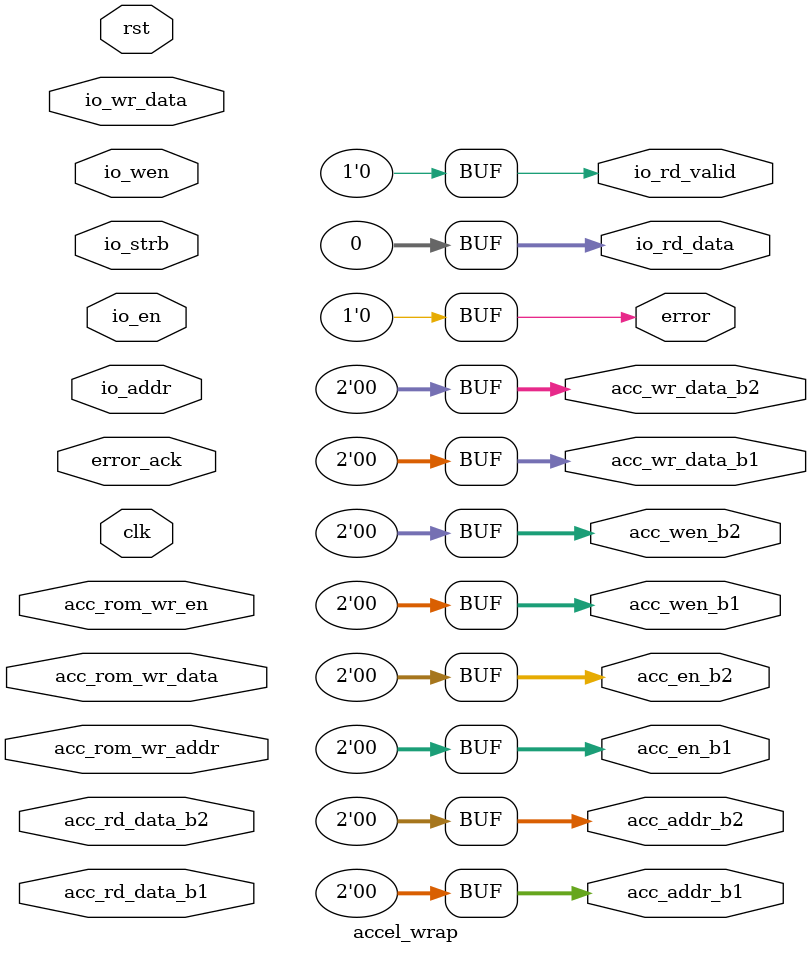
<source format=v>
module accel_wrap(	// file.cleaned.mlir:2:3
  input          clk,	// file.cleaned.mlir:2:28
                 rst,	// file.cleaned.mlir:2:42
                 io_en,	// file.cleaned.mlir:2:56
                 io_wen,	// file.cleaned.mlir:2:72
  input  [3:0]   io_strb,	// file.cleaned.mlir:2:89
  input  [21:0]  io_addr,	// file.cleaned.mlir:2:107
  input  [31:0]  io_wr_data,	// file.cleaned.mlir:2:126
  input          acc_rom_wr_addr,	// file.cleaned.mlir:2:148
  input  [127:0] acc_rom_wr_data,	// file.cleaned.mlir:2:174
  input          acc_rom_wr_en,	// file.cleaned.mlir:2:202
  input  [1:0]   acc_rd_data_b1,	// file.cleaned.mlir:2:226
                 acc_rd_data_b2,	// file.cleaned.mlir:2:251
  input          error_ack,	// file.cleaned.mlir:2:276
  output [31:0]  io_rd_data,	// file.cleaned.mlir:2:297
  output         io_rd_valid,	// file.cleaned.mlir:2:319
  output [1:0]   acc_en_b1,	// file.cleaned.mlir:2:341
                 acc_wen_b1,	// file.cleaned.mlir:2:361
                 acc_addr_b1,	// file.cleaned.mlir:2:382
                 acc_wr_data_b1,	// file.cleaned.mlir:2:404
                 acc_en_b2,	// file.cleaned.mlir:2:429
                 acc_wen_b2,	// file.cleaned.mlir:2:449
                 acc_addr_b2,	// file.cleaned.mlir:2:470
                 acc_wr_data_b2,	// file.cleaned.mlir:2:492
  output         error	// file.cleaned.mlir:2:517
);

  assign io_rd_data = 32'h0;	// file.cleaned.mlir:4:15, :6:5
  assign io_rd_valid = 1'h0;	// file.cleaned.mlir:3:14, :6:5
  assign acc_en_b1 = 2'h0;	// file.cleaned.mlir:5:14, :6:5
  assign acc_wen_b1 = 2'h0;	// file.cleaned.mlir:5:14, :6:5
  assign acc_addr_b1 = 2'h0;	// file.cleaned.mlir:5:14, :6:5
  assign acc_wr_data_b1 = 2'h0;	// file.cleaned.mlir:5:14, :6:5
  assign acc_en_b2 = 2'h0;	// file.cleaned.mlir:5:14, :6:5
  assign acc_wen_b2 = 2'h0;	// file.cleaned.mlir:5:14, :6:5
  assign acc_addr_b2 = 2'h0;	// file.cleaned.mlir:5:14, :6:5
  assign acc_wr_data_b2 = 2'h0;	// file.cleaned.mlir:5:14, :6:5
  assign error = 1'h0;	// file.cleaned.mlir:3:14, :6:5
endmodule


</source>
